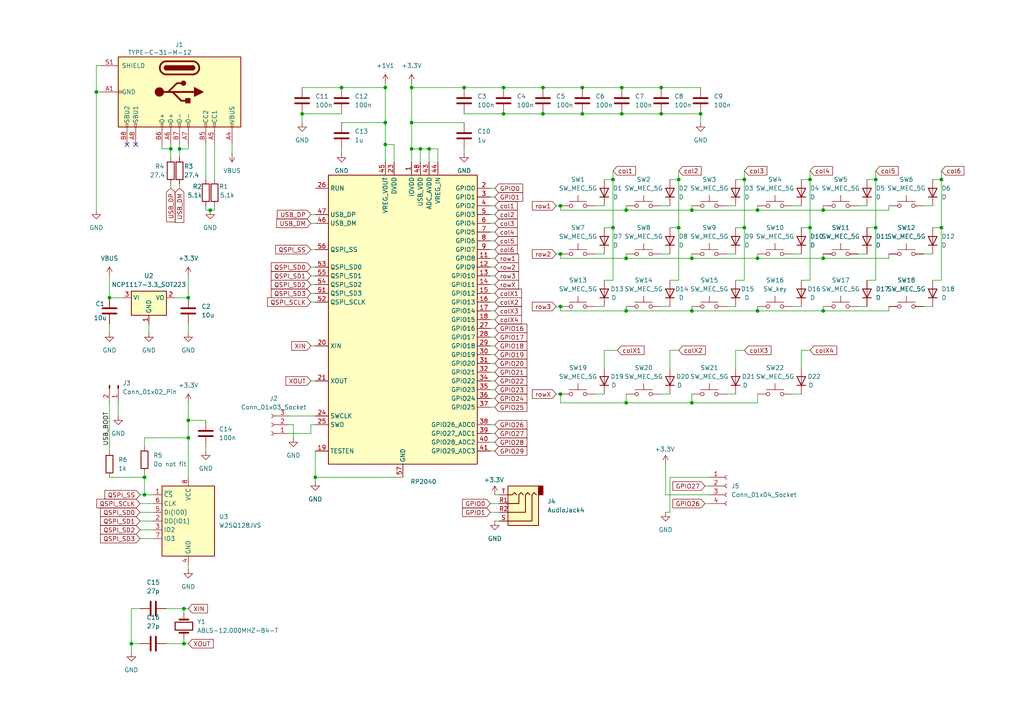
<source format=kicad_sch>
(kicad_sch (version 20250114) (generator "eeschema") (generator_version "9.0")
  (paper "A4")
  (title_block (title "Split Keyboard with RP2040 (Left)") (company "Watson9109") (comment 1 "Make sure R3 and R4 are close to RP2040") (comment 2 "Make sure C13 is close to pin 45 of RP2040") (comment 3 "uses 104048 in Akizuki as a Joystick "))
  (junction (at 181.61 116.84))
  (junction (at 146.05 33.02))
  (junction (at 41.91 138.43))
  (junction (at 215.9 52.07))
  (junction (at 215.9 66.04))
  (junction (at 254 52.07))
  (junction (at 146.05 25.4))
  (junction (at 168.91 25.4))
  (junction (at 177.8 66.04))
  (junction (at 60.96 60.96))
  (junction (at 273.05 52.07))
  (junction (at 119.38 25.4))
  (junction (at 111.76 35.56))
  (junction (at 200.66 74.93))
  (junction (at 38.1 186.69))
  (junction (at 181.61 60.96))
  (junction (at 53.34 176.53))
  (junction (at 162.56 59.69))
  (junction (at 203.2 33.02))
  (junction (at 54.61 121.92))
  (junction (at 53.34 186.69))
  (junction (at 124.46 43.18))
  (junction (at 52.07 43.18))
  (junction (at 31.75 86.36))
  (junction (at 162.56 88.9))
  (junction (at 200.66 60.96))
  (junction (at 91.44 138.43))
  (junction (at 254 66.04))
  (junction (at 54.61 86.36))
  (junction (at 200.66 116.84))
  (junction (at 219.71 90.17))
  (junction (at 119.38 43.18))
  (junction (at 273.05 66.04))
  (junction (at 121.92 43.18))
  (junction (at 87.63 33.02))
  (junction (at 134.62 25.4))
  (junction (at 99.06 25.4))
  (junction (at 238.76 74.93))
  (junction (at 234.95 66.04))
  (junction (at 200.66 90.17))
  (junction (at 219.71 74.93))
  (junction (at 157.48 33.02))
  (junction (at 111.76 41.91))
  (junction (at 41.91 143.51))
  (junction (at 181.61 90.17))
  (junction (at 191.77 33.02))
  (junction (at 219.71 60.96))
  (junction (at 234.95 52.07))
  (junction (at 238.76 90.17))
  (junction (at 49.53 43.18))
  (junction (at 196.85 52.07))
  (junction (at 162.56 73.66))
  (junction (at 177.8 52.07))
  (junction (at 168.91 33.02))
  (junction (at 27.94 26.67))
  (junction (at 180.34 25.4))
  (junction (at 111.76 25.4))
  (junction (at 191.77 25.4))
  (junction (at 162.56 114.3))
  (junction (at 180.34 33.02))
  (junction (at 119.38 35.56))
  (junction (at 54.61 127))
  (junction (at 238.76 60.96))
  (junction (at 196.85 66.04))
  (junction (at 157.48 25.4))
  (junction (at 181.61 74.93))
  (no_connect (at 39.37 41.91))
  (no_connect (at 36.83 41.91))
  (wire (pts (xy 146.05 33.02) (xy 157.48 33.02)))
  (wire (pts (xy 142.24 90.17) (xy 143.51 90.17)))
  (wire (pts (xy 172.72 114.3) (xy 175.26 114.3)))
  (wire (pts (xy 142.24 87.63) (xy 143.51 87.63)))
  (wire (pts (xy 142.24 59.69) (xy 143.51 59.69)))
  (wire (pts (xy 219.71 60.96) (xy 219.71 59.69)))
  (wire (pts (xy 90.17 123.19) (xy 91.44 123.19)))
  (wire (pts (xy 142.24 110.49) (xy 143.51 110.49)))
  (wire (pts (xy 215.9 49.53) (xy 215.9 52.07)))
  (wire (pts (xy 194.31 138.43) (xy 194.31 148.59)))
  (wire (pts (xy 54.61 80.01) (xy 54.61 86.36)))
  (wire (pts (xy 134.62 43.18) (xy 134.62 44.45)))
  (wire (pts (xy 229.87 88.9) (xy 232.41 88.9)))
  (wire (pts (xy 127 43.18) (xy 124.46 43.18)))
  (wire (pts (xy 46.99 41.91) (xy 46.99 43.18)))
  (wire (pts (xy 54.61 127) (xy 54.61 138.43)))
  (wire (pts (xy 127 46.99) (xy 127 43.18)))
  (wire (pts (xy 31.75 93.98) (xy 31.75 96.52)))
  (wire (pts (xy 111.76 25.4) (xy 111.76 35.56)))
  (wire (pts (xy 219.71 73.66) (xy 219.71 74.93)))
  (wire (pts (xy 270.51 81.28) (xy 273.05 81.28)))
  (wire (pts (xy 41.91 127) (xy 54.61 127)))
  (wire (pts (xy 157.48 25.4) (xy 168.91 25.4)))
  (wire (pts (xy 181.61 74.93) (xy 200.66 74.93)))
  (wire (pts (xy 142.24 85.09) (xy 143.51 85.09)))
  (wire (pts (xy 177.8 52.07) (xy 177.8 66.04)))
  (wire (pts (xy 54.61 121.92) (xy 59.69 121.92)))
  (wire (pts (xy 196.85 81.28) (xy 196.85 66.04)))
  (wire (pts (xy 142.24 69.85) (xy 143.51 69.85)))
  (wire (pts (xy 111.76 35.56) (xy 111.76 41.91)))
  (wire (pts (xy 54.61 116.84) (xy 54.61 121.92)))
  (wire (pts (xy 200.66 116.84) (xy 181.61 116.84)))
  (wire (pts (xy 161.29 59.69) (xy 162.56 59.69)))
  (wire (pts (xy 248.92 73.66) (xy 251.46 73.66)))
  (wire (pts (xy 142.24 102.87) (xy 143.51 102.87)))
  (wire (pts (xy 273.05 52.07) (xy 270.51 52.07)))
  (wire (pts (xy 146.05 25.4) (xy 157.48 25.4)))
  (wire (pts (xy 205.74 143.51) (xy 193.04 143.51)))
  (wire (pts (xy 142.24 118.11) (xy 143.51 118.11)))
  (wire (pts (xy 119.38 24.13) (xy 119.38 25.4)))
  (wire (pts (xy 99.06 25.4) (xy 111.76 25.4)))
  (wire (pts (xy 234.95 81.28) (xy 234.95 66.04)))
  (wire (pts (xy 67.31 41.91) (xy 67.31 44.45)))
  (wire (pts (xy 181.61 88.9) (xy 181.61 90.17)))
  (wire (pts (xy 210.82 88.9) (xy 213.36 88.9)))
  (wire (pts (xy 142.24 54.61) (xy 143.51 54.61)))
  (wire (pts (xy 219.71 90.17) (xy 219.71 88.9)))
  (wire (pts (xy 27.94 26.67) (xy 27.94 60.96)))
  (wire (pts (xy 203.2 33.02) (xy 203.2 35.56)))
  (wire (pts (xy 48.26 176.53) (xy 53.34 176.53)))
  (wire (pts (xy 254 52.07) (xy 251.46 52.07)))
  (wire (pts (xy 38.1 176.53) (xy 38.1 186.69)))
  (wire (pts (xy 31.75 86.36) (xy 35.56 86.36)))
  (wire (pts (xy 54.61 43.18) (xy 52.07 43.18)))
  (wire (pts (xy 59.69 130.81) (xy 59.69 129.54)))
  (wire (pts (xy 40.64 146.05) (xy 44.45 146.05)))
  (wire (pts (xy 205.74 138.43) (xy 194.31 138.43)))
  (wire (pts (xy 162.56 60.96) (xy 181.61 60.96)))
  (wire (pts (xy 248.92 59.69) (xy 251.46 59.69)))
  (wire (pts (xy 267.97 73.66) (xy 270.51 73.66)))
  (wire (pts (xy 142.24 100.33) (xy 143.51 100.33)))
  (wire (pts (xy 181.61 116.84) (xy 162.56 116.84)))
  (wire (pts (xy 142.24 92.71) (xy 143.51 92.71)))
  (wire (pts (xy 41.91 143.51) (xy 44.45 143.51)))
  (wire (pts (xy 193.04 143.51) (xy 193.04 134.62)))
  (wire (pts (xy 90.17 80.01) (xy 91.44 80.01)))
  (wire (pts (xy 99.06 35.56) (xy 111.76 35.56)))
  (wire (pts (xy 85.09 127) (xy 85.09 123.19)))
  (wire (pts (xy 142.24 64.77) (xy 143.51 64.77)))
  (wire (pts (xy 238.76 60.96) (xy 238.76 59.69)))
  (wire (pts (xy 99.06 43.18) (xy 99.06 44.45)))
  (wire (pts (xy 119.38 35.56) (xy 119.38 43.18)))
  (wire (pts (xy 191.77 59.69) (xy 194.31 59.69)))
  (wire (pts (xy 43.18 93.98) (xy 43.18 96.52)))
  (wire (pts (xy 142.24 128.27) (xy 143.51 128.27)))
  (wire (pts (xy 90.17 85.09) (xy 91.44 85.09)))
  (wire (pts (xy 31.75 138.43) (xy 41.91 138.43)))
  (wire (pts (xy 181.61 73.66) (xy 181.61 74.93)))
  (wire (pts (xy 134.62 33.02) (xy 146.05 33.02)))
  (wire (pts (xy 40.64 148.59) (xy 44.45 148.59)))
  (wire (pts (xy 181.61 59.69) (xy 181.61 60.96)))
  (wire (pts (xy 142.24 113.03) (xy 143.51 113.03)))
  (wire (pts (xy 90.17 64.77) (xy 91.44 64.77)))
  (wire (pts (xy 142.24 80.01) (xy 143.51 80.01)))
  (wire (pts (xy 219.71 116.84) (xy 200.66 116.84)))
  (wire (pts (xy 40.64 143.51) (xy 41.91 143.51)))
  (wire (pts (xy 251.46 81.28) (xy 254 81.28)))
  (wire (pts (xy 194.31 101.6) (xy 196.85 101.6)))
  (wire (pts (xy 41.91 129.54) (xy 41.91 127)))
  (wire (pts (xy 215.9 81.28) (xy 213.36 81.28)))
  (wire (pts (xy 219.71 60.96) (xy 238.76 60.96)))
  (wire (pts (xy 257.81 88.9) (xy 257.81 90.17)))
  (wire (pts (xy 213.36 106.68) (xy 213.36 101.6)))
  (wire (pts (xy 142.24 57.15) (xy 143.51 57.15)))
  (wire (pts (xy 196.85 52.07) (xy 194.31 52.07)))
  (wire (pts (xy 114.3 41.91) (xy 111.76 41.91)))
  (wire (pts (xy 53.34 176.53) (xy 53.34 177.8)))
  (wire (pts (xy 168.91 25.4) (xy 180.34 25.4)))
  (wire (pts (xy 234.95 52.07) (xy 232.41 52.07)))
  (wire (pts (xy 194.31 66.04) (xy 196.85 66.04)))
  (wire (pts (xy 90.17 87.63) (xy 91.44 87.63)))
  (wire (pts (xy 210.82 73.66) (xy 213.36 73.66)))
  (wire (pts (xy 53.34 176.53) (xy 54.61 176.53)))
  (wire (pts (xy 200.66 88.9) (xy 200.66 90.17)))
  (wire (pts (xy 161.29 114.3) (xy 162.56 114.3)))
  (wire (pts (xy 91.44 130.81) (xy 91.44 138.43)))
  (wire (pts (xy 40.64 176.53) (xy 38.1 176.53)))
  (wire (pts (xy 52.07 53.34) (xy 52.07 54.61)))
  (wire (pts (xy 91.44 138.43) (xy 116.84 138.43)))
  (wire (pts (xy 180.34 25.4) (xy 191.77 25.4)))
  (wire (pts (xy 142.24 74.93) (xy 143.51 74.93)))
  (wire (pts (xy 229.87 73.66) (xy 232.41 73.66)))
  (wire (pts (xy 232.41 106.68) (xy 232.41 101.6)))
  (wire (pts (xy 196.85 49.53) (xy 196.85 52.07)))
  (wire (pts (xy 191.77 88.9) (xy 194.31 88.9)))
  (wire (pts (xy 49.53 53.34) (xy 49.53 54.61)))
  (wire (pts (xy 162.56 116.84) (xy 162.56 114.3)))
  (wire (pts (xy 40.64 153.67) (xy 44.45 153.67)))
  (wire (pts (xy 142.24 148.59) (xy 144.78 148.59)))
  (wire (pts (xy 91.44 138.43) (xy 91.44 139.7)))
  (wire (pts (xy 142.24 95.25) (xy 143.51 95.25)))
  (wire (pts (xy 62.23 59.69) (xy 62.23 60.96)))
  (wire (pts (xy 142.24 77.47) (xy 143.51 77.47)))
  (wire (pts (xy 111.76 24.13) (xy 111.76 25.4)))
  (wire (pts (xy 53.34 186.69) (xy 53.34 185.42)))
  (wire (pts (xy 175.26 52.07) (xy 177.8 52.07)))
  (wire (pts (xy 114.3 46.99) (xy 114.3 41.91)))
  (wire (pts (xy 200.66 59.69) (xy 200.66 60.96)))
  (wire (pts (xy 219.71 114.3) (xy 219.71 116.84)))
  (wire (pts (xy 142.24 130.81) (xy 143.51 130.81)))
  (wire (pts (xy 179.07 101.6) (xy 175.26 101.6)))
  (wire (pts (xy 90.17 62.23) (xy 91.44 62.23)))
  (wire (pts (xy 175.26 66.04) (xy 177.8 66.04)))
  (wire (pts (xy 204.47 140.97) (xy 205.74 140.97)))
  (wire (pts (xy 50.8 86.36) (xy 54.61 86.36)))
  (wire (pts (xy 62.23 41.91) (xy 62.23 52.07)))
  (wire (pts (xy 49.53 43.18) (xy 46.99 43.18)))
  (wire (pts (xy 54.61 93.98) (xy 54.61 96.52)))
  (wire (pts (xy 175.26 101.6) (xy 175.26 106.68)))
  (wire (pts (xy 181.61 114.3) (xy 181.61 116.84)))
  (wire (pts (xy 142.24 146.05) (xy 144.78 146.05)))
  (wire (pts (xy 90.17 72.39) (xy 91.44 72.39)))
  (wire (pts (xy 142.24 82.55) (xy 143.51 82.55)))
  (wire (pts (xy 161.29 73.66) (xy 162.56 73.66)))
  (wire (pts (xy 194.31 148.59) (xy 193.04 148.59)))
  (wire (pts (xy 27.94 19.05) (xy 29.21 19.05)))
  (wire (pts (xy 232.41 101.6) (xy 234.95 101.6)))
  (wire (pts (xy 52.07 43.18) (xy 52.07 45.72)))
  (wire (pts (xy 257.81 74.93) (xy 238.76 74.93)))
  (wire (pts (xy 273.05 66.04) (xy 273.05 52.07)))
  (wire (pts (xy 204.47 146.05) (xy 205.74 146.05)))
  (wire (pts (xy 200.66 73.66) (xy 200.66 74.93)))
  (wire (pts (xy 162.56 90.17) (xy 181.61 90.17)))
  (wire (pts (xy 273.05 49.53) (xy 273.05 52.07)))
  (wire (pts (xy 27.94 26.67) (xy 29.21 26.67)))
  (wire (pts (xy 90.17 100.33) (xy 91.44 100.33)))
  (wire (pts (xy 59.69 41.91) (xy 59.69 52.07)))
  (wire (pts (xy 87.63 33.02) (xy 99.06 33.02)))
  (wire (pts (xy 90.17 82.55) (xy 91.44 82.55)))
  (wire (pts (xy 229.87 59.69) (xy 232.41 59.69)))
  (wire (pts (xy 215.9 52.07) (xy 215.9 66.04)))
  (wire (pts (xy 257.81 90.17) (xy 238.76 90.17)))
  (wire (pts (xy 168.91 33.02) (xy 180.34 33.02)))
  (wire (pts (xy 49.53 41.91) (xy 49.53 43.18)))
  (wire (pts (xy 31.75 116.84) (xy 31.75 130.81)))
  (wire (pts (xy 238.76 60.96) (xy 257.81 60.96)))
  (wire (pts (xy 54.61 86.36) (xy 54.61 87.63)))
  (wire (pts (xy 234.95 49.53) (xy 234.95 52.07)))
  (wire (pts (xy 48.26 186.69) (xy 53.34 186.69)))
  (wire (pts (xy 142.24 107.95) (xy 143.51 107.95)))
  (wire (pts (xy 124.46 43.18) (xy 121.92 43.18)))
  (wire (pts (xy 142.24 67.31) (xy 143.51 67.31)))
  (wire (pts (xy 124.46 43.18) (xy 124.46 46.99)))
  (wire (pts (xy 172.72 88.9) (xy 175.26 88.9)))
  (wire (pts (xy 238.76 73.66) (xy 238.76 74.93)))
  (wire (pts (xy 90.17 110.49) (xy 91.44 110.49)))
  (wire (pts (xy 162.56 74.93) (xy 162.56 73.66)))
  (wire (pts (xy 27.94 19.05) (xy 27.94 26.67)))
  (wire (pts (xy 59.69 60.96) (xy 60.96 60.96)))
  (wire (pts (xy 219.71 74.93) (xy 238.76 74.93)))
  (wire (pts (xy 232.41 66.04) (xy 234.95 66.04)))
  (wire (pts (xy 191.77 73.66) (xy 194.31 73.66)))
  (wire (pts (xy 248.92 88.9) (xy 251.46 88.9)))
  (wire (pts (xy 191.77 33.02) (xy 203.2 33.02)))
  (wire (pts (xy 194.31 81.28) (xy 196.85 81.28)))
  (wire (pts (xy 172.72 73.66) (xy 175.26 73.66)))
  (wire (pts (xy 215.9 66.04) (xy 215.9 81.28)))
  (wire (pts (xy 161.29 88.9) (xy 162.56 88.9)))
  (wire (pts (xy 273.05 81.28) (xy 273.05 66.04)))
  (wire (pts (xy 162.56 59.69) (xy 162.56 60.96)))
  (wire (pts (xy 232.41 81.28) (xy 234.95 81.28)))
  (wire (pts (xy 254 66.04) (xy 254 52.07)))
  (wire (pts (xy 238.76 90.17) (xy 238.76 88.9)))
  (wire (pts (xy 38.1 186.69) (xy 40.64 186.69)))
  (wire (pts (xy 213.36 66.04) (xy 215.9 66.04)))
  (wire (pts (xy 191.77 114.3) (xy 194.31 114.3)))
  (wire (pts (xy 41.91 138.43) (xy 41.91 143.51)))
  (wire (pts (xy 119.38 25.4) (xy 134.62 25.4)))
  (wire (pts (xy 210.82 114.3) (xy 213.36 114.3)))
  (wire (pts (xy 200.66 74.93) (xy 219.71 74.93)))
  (wire (pts (xy 134.62 35.56) (xy 119.38 35.56)))
  (wire (pts (xy 90.17 77.47) (xy 91.44 77.47)))
  (wire (pts (xy 142.24 62.23) (xy 143.51 62.23)))
  (wire (pts (xy 210.82 59.69) (xy 213.36 59.69)))
  (wire (pts (xy 257.81 73.66) (xy 257.81 74.93)))
  (wire (pts (xy 254 81.28) (xy 254 66.04)))
  (wire (pts (xy 181.61 60.96) (xy 200.66 60.96)))
  (wire (pts (xy 54.61 163.83) (xy 54.61 165.1)))
  (wire (pts (xy 143.51 151.13) (xy 144.78 151.13)))
  (wire (pts (xy 53.34 186.69) (xy 54.61 186.69)))
  (wire (pts (xy 142.24 72.39) (xy 143.51 72.39)))
  (wire (pts (xy 83.82 123.19) (xy 85.09 123.19)))
  (wire (pts (xy 194.31 106.68) (xy 194.31 101.6)))
  (wire (pts (xy 49.53 43.18) (xy 49.53 45.72)))
  (wire (pts (xy 40.64 151.13) (xy 44.45 151.13)))
  (wire (pts (xy 87.63 25.4) (xy 99.06 25.4)))
  (wire (pts (xy 121.92 43.18) (xy 119.38 43.18)))
  (wire (pts (xy 34.29 116.84) (xy 34.29 120.65)))
  (wire (pts (xy 200.66 90.17) (xy 219.71 90.17)))
  (wire (pts (xy 257.81 59.69) (xy 257.81 60.96)))
  (wire (pts (xy 142.24 105.41) (xy 143.51 105.41)))
  (wire (pts (xy 181.61 74.93) (xy 162.56 74.93)))
  (wire (pts (xy 54.61 121.92) (xy 54.61 127)))
  (wire (pts (xy 213.36 52.07) (xy 215.9 52.07)))
  (wire (pts (xy 251.46 66.04) (xy 254 66.04)))
  (wire (pts (xy 177.8 81.28) (xy 177.8 66.04)))
  (wire (pts (xy 267.97 88.9) (xy 270.51 88.9)))
  (wire (pts (xy 229.87 114.3) (xy 232.41 114.3)))
  (wire (pts (xy 180.34 33.02) (xy 191.77 33.02)))
  (wire (pts (xy 111.76 41.91) (xy 111.76 46.99)))
  (wire (pts (xy 54.61 41.91) (xy 54.61 43.18)))
  (wire (pts (xy 177.8 49.53) (xy 177.8 52.07)))
  (wire (pts (xy 219.71 90.17) (xy 238.76 90.17)))
  (wire (pts (xy 157.48 33.02) (xy 168.91 33.02)))
  (wire (pts (xy 90.17 125.73) (xy 83.82 125.73)))
  (wire (pts (xy 200.66 60.96) (xy 219.71 60.96)))
  (wire (pts (xy 121.92 43.18) (xy 121.92 46.99)))
  (wire (pts (xy 83.82 120.65) (xy 91.44 120.65)))
  (wire (pts (xy 142.24 97.79) (xy 143.51 97.79)))
  (wire (pts (xy 31.75 80.01) (xy 31.75 86.36)))
  (wire (pts (xy 181.61 90.17) (xy 200.66 90.17)))
  (wire (pts (xy 200.66 114.3) (xy 200.66 116.84)))
  (wire (pts (xy 87.63 33.02) (xy 87.63 35.56)))
  (wire (pts (xy 41.91 137.16) (xy 41.91 138.43)))
  (wire (pts (xy 162.56 88.9) (xy 162.56 90.17)))
  (wire (pts (xy 119.38 43.18) (xy 119.38 46.99)))
  (wire (pts (xy 270.51 66.04) (xy 273.05 66.04)))
  (wire (pts (xy 175.26 81.28) (xy 177.8 81.28)))
  (wire (pts (xy 52.07 43.18) (xy 52.07 41.91)))
  (wire (pts (xy 142.24 125.73) (xy 143.51 125.73)))
  (wire (pts (xy 213.36 101.6) (xy 215.9 101.6)))
  (wire (pts (xy 267.97 59.69) (xy 270.51 59.69)))
  (wire (pts (xy 119.38 35.56) (xy 119.38 25.4)))
  (wire (pts (xy 38.1 186.69) (xy 38.1 189.23)))
  (wire (pts (xy 90.17 123.19) (xy 90.17 125.73)))
  (wire (pts (xy 196.85 66.04) (xy 196.85 52.07)))
  (wire (pts (xy 142.24 123.19) (xy 143.51 123.19)))
  (wire (pts (xy 134.62 25.4) (xy 146.05 25.4)))
  (wire (pts (xy 59.69 59.69) (xy 59.69 60.96)))
  (wire (pts (xy 172.72 59.69) (xy 175.26 59.69)))
  (wire (pts (xy 234.95 66.04) (xy 234.95 52.07)))
  (wire (pts (xy 62.23 60.96) (xy 60.96 60.96)))
  (wire (pts (xy 191.77 25.4) (xy 203.2 25.4)))
  (wire (pts (xy 40.64 156.21) (xy 44.45 156.21)))
  (wire (pts (xy 143.51 143.51) (xy 144.78 143.51)))
  (wire (pts (xy 142.24 115.57) (xy 143.51 115.57)))
  (wire (pts (xy 254 49.53) (xy 254 52.07)))
  (label "USB_BOOT" (at 31.75 119.38 270))
  (global_label "GPIO18" (shape input) (at 143.51 100.33 0) (property "Intersheetrefs" "${INTERSHEET_REFS}" (effects (hide yes))))
  (global_label "GPIO21" (shape input) (at 143.51 107.95 0) (property "Intersheetrefs" "${INTERSHEET_REFS}" (effects (hide yes))))
  (global_label "colX1" (shape input) (at 143.51 85.09 0) (property "Intersheetrefs" "${INTERSHEET_REFS}" (effects (hide yes))))
  (global_label "GPIO27" (shape input) (at 143.51 125.73 0) (property "Intersheetrefs" "${INTERSHEET_REFS}" (effects (hide yes))))
  (global_label "col1" (shape input) (at 143.51 59.69 0) (property "Intersheetrefs" "${INTERSHEET_REFS}" (effects (hide yes))))
  (global_label "QSPI_SD0" (shape input) (at 90.17 77.47 180) (property "Intersheetrefs" "${INTERSHEET_REFS}" (effects (hide yes))))
  (global_label "GPIO0" (shape input) (at 143.51 54.61 0) (property "Intersheetrefs" "${INTERSHEET_REFS}" (effects (hide yes))))
  (global_label "QSPI_SD1" (shape input) (at 90.17 80.01 180) (property "Intersheetrefs" "${INTERSHEET_REFS}" (effects (hide yes))))
  (global_label "QSPI_SD3" (shape input) (at 40.64 156.21 180) (property "Intersheetrefs" "${INTERSHEET_REFS}" (effects (hide yes))))
  (global_label "GPIO17" (shape input) (at 143.51 97.79 0) (property "Intersheetrefs" "${INTERSHEET_REFS}" (effects (hide yes))))
  (global_label "QSPI_SS" (shape input) (at 90.17 72.39 180) (property "Intersheetrefs" "${INTERSHEET_REFS}" (effects (hide yes))))
  (global_label "row2" (shape input) (at 143.51 77.47 0) (property "Intersheetrefs" "${INTERSHEET_REFS}" (effects (hide yes))))
  (global_label "GPIO24" (shape input) (at 143.51 115.57 0) (property "Intersheetrefs" "${INTERSHEET_REFS}" (effects (hide yes))))
  (global_label "row1" (shape input) (at 161.29 59.69 180) (property "Intersheetrefs" "${INTERSHEET_REFS}" (effects (hide yes))))
  (global_label "colX3" (shape input) (at 215.9 101.6 0) (property "Intersheetrefs" "${INTERSHEET_REFS}" (effects (hide yes))))
  (global_label "GPIO29" (shape input) (at 143.51 130.81 0) (property "Intersheetrefs" "${INTERSHEET_REFS}" (effects (hide yes))))
  (global_label "USB_DM" (shape input) (at 52.07 54.61 270) (property "Intersheetrefs" "${INTERSHEET_REFS}" (effects (hide yes))))
  (global_label "col1" (shape input) (at 177.8 49.53 0) (property "Intersheetrefs" "${INTERSHEET_REFS}" (effects (hide yes))))
  (global_label "XIN" (shape input) (at 90.17 100.33 180) (property "Intersheetrefs" "${INTERSHEET_REFS}" (effects (hide yes))))
  (global_label "GPIO26" (shape input) (at 204.47 146.05 180) (property "Intersheetrefs" "${INTERSHEET_REFS}" (effects (hide yes))))
  (global_label "USB_DP" (shape input) (at 49.53 54.61 270) (property "Intersheetrefs" "${INTERSHEET_REFS}" (effects (hide yes))))
  (global_label "row3" (shape input) (at 143.51 80.01 0) (property "Intersheetrefs" "${INTERSHEET_REFS}" (effects (hide yes))))
  (global_label "colX1" (shape input) (at 179.07 101.6 0) (property "Intersheetrefs" "${INTERSHEET_REFS}" (effects (hide yes))))
  (global_label "colX4" (shape input) (at 143.51 92.71 0) (property "Intersheetrefs" "${INTERSHEET_REFS}" (effects (hide yes))))
  (global_label "QSPI_SD1" (shape input) (at 40.64 151.13 180) (property "Intersheetrefs" "${INTERSHEET_REFS}" (effects (hide yes))))
  (global_label "col2" (shape input) (at 196.85 49.53 0) (property "Intersheetrefs" "${INTERSHEET_REFS}" (effects (hide yes))))
  (global_label "XIN" (shape input) (at 54.61 176.53 0) (property "Intersheetrefs" "${INTERSHEET_REFS}" (effects (hide yes))))
  (global_label "QSPI_SCLK" (shape input) (at 40.64 146.05 180) (property "Intersheetrefs" "${INTERSHEET_REFS}" (effects (hide yes))))
  (global_label "col6" (shape input) (at 143.51 72.39 0) (property "Intersheetrefs" "${INTERSHEET_REFS}" (effects (hide yes))))
  (global_label "GPIO22" (shape input) (at 143.51 110.49 0) (property "Intersheetrefs" "${INTERSHEET_REFS}" (effects (hide yes))))
  (global_label "QSPI_SD0" (shape input) (at 40.64 148.59 180) (property "Intersheetrefs" "${INTERSHEET_REFS}" (effects (hide yes))))
  (global_label "col5" (shape input) (at 254 49.53 0) (property "Intersheetrefs" "${INTERSHEET_REFS}" (effects (hide yes))))
  (global_label "QSPI_SD2" (shape input) (at 40.64 153.67 180) (property "Intersheetrefs" "${INTERSHEET_REFS}" (effects (hide yes))))
  (global_label "GPIO0" (shape input) (at 142.24 146.05 180) (property "Intersheetrefs" "${INTERSHEET_REFS}" (effects (hide yes))))
  (global_label "QSPI_SD2" (shape input) (at 90.17 82.55 180) (property "Intersheetrefs" "${INTERSHEET_REFS}" (effects (hide yes))))
  (global_label "rowX" (shape input) (at 161.29 114.3 180) (property "Intersheetrefs" "${INTERSHEET_REFS}" (effects (hide yes))))
  (global_label "USB_DP" (shape input) (at 90.17 62.23 180) (property "Intersheetrefs" "${INTERSHEET_REFS}" (effects (hide yes))))
  (global_label "col4" (shape input) (at 143.51 67.31 0) (property "Intersheetrefs" "${INTERSHEET_REFS}" (effects (hide yes))))
  (global_label "row2" (shape input) (at 161.29 73.66 180) (property "Intersheetrefs" "${INTERSHEET_REFS}" (effects (hide yes))))
  (global_label "USB_DM" (shape input) (at 90.17 64.77 180) (property "Intersheetrefs" "${INTERSHEET_REFS}" (effects (hide yes))))
  (global_label "col6" (shape input) (at 273.05 49.53 0) (property "Intersheetrefs" "${INTERSHEET_REFS}" (effects (hide yes))))
  (global_label "GPIO26" (shape input) (at 143.51 123.19 0) (property "Intersheetrefs" "${INTERSHEET_REFS}" (effects (hide yes))))
  (global_label "colX2" (shape input) (at 143.51 87.63 0) (property "Intersheetrefs" "${INTERSHEET_REFS}" (effects (hide yes))))
  (global_label "col5" (shape input) (at 143.51 69.85 0) (property "Intersheetrefs" "${INTERSHEET_REFS}" (effects (hide yes))))
  (global_label "GPIO25" (shape input) (at 143.51 118.11 0) (property "Intersheetrefs" "${INTERSHEET_REFS}" (effects (hide yes))))
  (global_label "XOUT" (shape input) (at 90.17 110.49 180) (property "Intersheetrefs" "${INTERSHEET_REFS}" (effects (hide yes))))
  (global_label "QSPI_SS" (shape input) (at 40.64 143.51 180) (property "Intersheetrefs" "${INTERSHEET_REFS}" (effects (hide yes))))
  (global_label "col4" (shape input) (at 234.95 49.53 0) (property "Intersheetrefs" "${INTERSHEET_REFS}" (effects (hide yes))))
  (global_label "colX2" (shape input) (at 196.85 101.6 0) (property "Intersheetrefs" "${INTERSHEET_REFS}" (effects (hide yes))))
  (global_label "col3" (shape input) (at 215.9 49.53 0) (property "Intersheetrefs" "${INTERSHEET_REFS}" (effects (hide yes))))
  (global_label "colX4" (shape input) (at 234.95 101.6 0) (property "Intersheetrefs" "${INTERSHEET_REFS}" (effects (hide yes))))
  (global_label "QSPI_SCLK" (shape input) (at 90.17 87.63 180) (property "Intersheetrefs" "${INTERSHEET_REFS}" (effects (hide yes))))
  (global_label "row3" (shape input) (at 161.29 88.9 180) (property "Intersheetrefs" "${INTERSHEET_REFS}" (effects (hide yes))))
  (global_label "QSPI_SD3" (shape input) (at 90.17 85.09 180) (property "Intersheetrefs" "${INTERSHEET_REFS}" (effects (hide yes))))
  (global_label "GPIO23" (shape input) (at 143.51 113.03 0) (property "Intersheetrefs" "${INTERSHEET_REFS}" (effects (hide yes))))
  (global_label "GPIO19" (shape input) (at 143.51 102.87 0) (property "Intersheetrefs" "${INTERSHEET_REFS}" (effects (hide yes))))
  (global_label "GPIO28" (shape input) (at 143.51 128.27 0) (property "Intersheetrefs" "${INTERSHEET_REFS}" (effects (hide yes))))
  (global_label "GPIO27" (shape input) (at 204.47 140.97 180) (property "Intersheetrefs" "${INTERSHEET_REFS}" (effects (hide yes))))
  (global_label "col2" (shape input) (at 143.51 62.23 0) (property "Intersheetrefs" "${INTERSHEET_REFS}" (effects (hide yes))))
  (global_label "GPIO1" (shape input) (at 143.51 57.15 0) (property "Intersheetrefs" "${INTERSHEET_REFS}" (effects (hide yes))))
  (global_label "row1" (shape input) (at 143.51 74.93 0) (property "Intersheetrefs" "${INTERSHEET_REFS}" (effects (hide yes))))
  (global_label "XOUT" (shape input) (at 54.61 186.69 0) (property "Intersheetrefs" "${INTERSHEET_REFS}" (effects (hide yes))))
  (global_label "colX3" (shape input) (at 143.51 90.17 0) (property "Intersheetrefs" "${INTERSHEET_REFS}" (effects (hide yes))))
  (global_label "col3" (shape input) (at 143.51 64.77 0) (property "Intersheetrefs" "${INTERSHEET_REFS}" (effects (hide yes))))
  (global_label "GPIO1" (shape input) (at 142.24 148.59 180) (property "Intersheetrefs" "${INTERSHEET_REFS}" (effects (hide yes))))
  (global_label "GPIO20" (shape input) (at 143.51 105.41 0) (property "Intersheetrefs" "${INTERSHEET_REFS}" (effects (hide yes))))
  (global_label "rowX" (shape input) (at 143.51 82.55 0) (property "Intersheetrefs" "${INTERSHEET_REFS}" (effects (hide yes))))
  (global_label "GPIO16" (shape input) (at 143.51 95.25 0) (property "Intersheetrefs" "${INTERSHEET_REFS}" (effects (hide yes))))
  (symbol (lib_id "Device:D") (at 232.41 69.85 90) (unit 1)
    (property "Reference" "D10" (at 234.95 68.5799 90) (effects (justify right)))
    (property "Value" "D" (at 234.95 71.1199 90) (effects (justify right)))
    (property "Footprint" "Diode_SMD:D_SOD-123" (effects (hide yes)))
    (property "Description" "Diode" (effects (hide yes)))
    (property "Sim.Device" "D" (effects (hide yes)))
    (property "Sim.Pins" "1=K 2=A" (effects (hide yes)))
  )
  (symbol (lib_id "Connector_Audio:AudioJack4") (at 149.86 148.59 180) (unit 1)
    (property "Reference" "J4" (at 158.75 145.4149 0) (effects (justify right)))
    (property "Value" "AudioJack4" (at 158.75 147.9549 0) (effects (justify right)))
    (property "Footprint" "Connector_Audio:Jack_3.5mm_KoreanHropartsElec_PJ-320D-4A_Horizontal" (effects (hide yes)))
    (property "Description" "Audio Jack, 4 Poles (TRRS)" (effects (hide yes)))
  )
  (symbol (lib_id "Device:D") (at 232.41 110.49 90) (unit 1)
    (property "Reference" "D22" (at 234.188 109.22 90) (effects (justify right)))
    (property "Value" "D" (at 234.442 111.76 90) (effects (justify right)))
    (property "Footprint" "Diode_SMD:D_SOD-123" (effects (hide yes)))
    (property "Description" "Diode" (effects (hide yes)))
    (property "Sim.Device" "D" (effects (hide yes)))
    (property "Sim.Pins" "1=K 2=A" (effects (hide yes)))
  )
  (symbol (lib_id "Device:R") (at 41.91 133.35 180) (unit 1)
    (property "Reference" "R5" (at 44.45 132.0799 0) (effects (justify right)))
    (property "Value" "Do not fit" (at 44.45 134.6199 0) (effects (justify right)))
    (property "Footprint" "Resistor_SMD:R_1206_3216Metric" (effects (hide yes)))
    (property "Description" "Resistor" (effects (hide yes)))
  )
  (symbol (lib_id "Device:C") (at 146.05 29.21 0) (unit 1)
    (property "Reference" "C4" (at 149.86 27.9399 0) (effects (justify left)))
    (property "Value" "100n" (at 149.86 30.4799 0) (effects (justify left)))
    (property "Footprint" "Capacitor_SMD:C_0402_1005Metric" (effects (hide yes)))
    (property "Description" "Unpolarized capacitor" (effects (hide yes)))
  )
  (symbol (lib_id "Memory_Flash:W25Q128JVS") (at 54.61 151.13 0) (unit 1)
    (property "Reference" "U3" (at 63.5 149.8599 0) (effects (justify left)))
    (property "Value" "W25Q128JVS" (at 63.5 152.3999 0) (effects (justify left)))
    (property "Footprint" "footprint:SOIC_128JVSIM_WIN" (effects (hide yes)))
    (property "Datasheet" "https://www.winbond.com/resource-files/w25q128jv_dtr%20revc%2003272018%20plus.pdf" (effects (hide yes)))
    (property "Description" "128Mb Serial Flash Memory, Standard/Dual/Quad SPI, SOIC-8" (effects (hide yes)))
  )
  (symbol (lib_id "Device:C") (at 87.63 29.21 0) (unit 1)
    (property "Reference" "C11" (at 91.44 27.9399 0) (effects (justify left)))
    (property "Value" "100n" (at 91.44 30.4799 0) (effects (justify left)))
    (property "Footprint" "Capacitor_SMD:C_0402_1005Metric" (effects (hide yes)))
    (property "Description" "Unpolarized capacitor" (effects (hide yes)))
  )
  (symbol (lib_id "Device:R") (at 62.23 55.88 180) (unit 1)
    (property "Reference" "R1" (at 63.5 54.102 0) (effects (justify right)))
    (property "Value" "5.1k" (at 63.754 56.642 0) (effects (justify right)))
    (property "Footprint" "Resistor_SMD:R_1206_3216Metric" (effects (hide yes)))
    (property "Description" "Resistor" (effects (hide yes)))
  )
  (symbol (lib_id "power:GND") (at 193.04 148.59 0) (unit 1)
    (property "Reference" "#PWR025" (effects (hide yes)))
    (property "Value" "GND" (at 193.04 153.67 0))
    (property "Description" "Power symbol creates a global label with name \"GND\" , ground" (effects (hide yes)))
  )
  (symbol (lib_id "power:GND") (at 91.44 139.7 0) (unit 1)
    (property "Reference" "#PWR07" (effects (hide yes)))
    (property "Value" "GND" (at 91.44 144.78 0))
    (property "Description" "Power symbol creates a global label with name \"GND\" , ground" (effects (hide yes)))
  )
  (symbol (lib_id "Device:D") (at 251.46 85.09 90) (unit 1)
    (property "Reference" "D17" (at 254 83.8199 90) (effects (justify right)))
    (property "Value" "D" (at 254 86.3599 90) (effects (justify right)))
    (property "Footprint" "Diode_SMD:D_SOD-123" (effects (hide yes)))
    (property "Description" "Diode" (effects (hide yes)))
    (property "Sim.Device" "D" (effects (hide yes)))
    (property "Sim.Pins" "1=K 2=A" (effects (hide yes)))
  )
  (symbol (lib_id "sw_key:SW_MEC_5G_1") (at 262.89 73.66 0) (unit 1)
    (property "Reference" "SW12" (at 262.89 66.04 0))
    (property "Value" "SW_MEC_5G" (at 262.89 68.58 0))
    (property "Footprint" "Button_Switch_Keyboard:SW_Cherry_MX_1.00u_PCB" (effects (hide yes)))
    (property "Datasheet" "http://www.apem.com/int/index.php?controller=attachment&id_attachment=488" (effects (hide yes)))
    (property "Description" "MEC 5G single pole normally-open tactile switch" (effects (hide yes)))
  )
  (symbol (lib_id "Device:C") (at 191.77 29.21 0) (unit 1)
    (property "Reference" "C8" (at 195.58 27.9399 0) (effects (justify left)))
    (property "Value" "100n" (at 195.58 30.4799 0) (effects (justify left)))
    (property "Footprint" "Capacitor_SMD:C_0402_1005Metric" (effects (hide yes)))
    (property "Description" "Unpolarized capacitor" (effects (hide yes)))
  )
  (symbol (lib_id "power:GND") (at 27.94 60.96 0) (unit 1)
    (property "Reference" "#PWR01" (effects (hide yes)))
    (property "Value" "GND" (at 27.94 66.04 0))
    (property "Description" "Power symbol creates a global label with name \"GND\" , ground" (effects (hide yes)))
  )
  (symbol (lib_id "power:GND") (at 43.18 96.52 0) (unit 1)
    (property "Reference" "#PWR03" (effects (hide yes)))
    (property "Value" "GND" (at 43.18 101.6 0))
    (property "Description" "Power symbol creates a global label with name \"GND\" , ground" (effects (hide yes)))
  )
  (symbol (lib_id "Connector:Conn_01x03_Socket") (at 78.74 123.19 180) (unit 1)
    (property "Reference" "J2" (at 79.375 115.57 0))
    (property "Value" "Conn_01x03_Socket" (at 79.375 118.11 0))
    (property "Footprint" "Connector_PinSocket_2.54mm:PinSocket_1x03_P2.54mm_Horizontal" (effects (hide yes)))
    (property "Description" "Generic connector, single row, 01x03, script generated" (effects (hide yes)))
  )
  (symbol (lib_id "sw_key:SW_MEC_5G_1") (at 167.64 114.3 0) (unit 1)
    (property "Reference" "SW19" (at 167.64 106.68 0))
    (property "Value" "SW_MEC_5G" (at 167.64 109.22 0))
    (property "Footprint" "Button_Switch_Keyboard:SW_Cherry_MX_1.00u_PCB" (effects (hide yes)))
    (property "Datasheet" "http://www.apem.com/int/index.php?controller=attachment&id_attachment=488" (effects (hide yes)))
    (property "Description" "MEC 5G single pole normally-open tactile switch" (effects (hide yes)))
  )
  (symbol (lib_id "sw_key:SW_MEC_5G_1") (at 224.79 73.66 0) (unit 1)
    (property "Reference" "SW10" (at 224.79 66.04 0))
    (property "Value" "SW_MEC_5G" (at 224.79 68.58 0))
    (property "Footprint" "Button_Switch_Keyboard:SW_Cherry_MX_1.00u_PCB" (effects (hide yes)))
    (property "Datasheet" "http://www.apem.com/int/index.php?controller=attachment&id_attachment=488" (effects (hide yes)))
    (property "Description" "MEC 5G single pole normally-open tactile switch" (effects (hide yes)))
  )
  (symbol (lib_id "power:GND") (at 38.1 189.23 0) (unit 1)
    (property "Reference" "#PWR017" (effects (hide yes)))
    (property "Value" "GND" (at 38.1 194.31 0))
    (property "Description" "Power symbol creates a global label with name \"GND\" , ground" (effects (hide yes)))
  )
  (symbol (lib_id "power:+3.3V") (at 119.38 24.13 0) (unit 1)
    (property "Reference" "#PWR08" (effects (hide yes)))
    (property "Value" "+3.3V" (at 119.38 19.05 0))
    (property "Description" "Power symbol creates a global label with name \"+3.3V\"" (effects (hide yes)))
  )
  (symbol (lib_id "Device:D") (at 194.31 85.09 90) (unit 1)
    (property "Reference" "D14" (at 195.834 83.82 90) (effects (justify right)))
    (property "Value" "D" (at 196.85 86.3599 90) (effects (justify right)))
    (property "Footprint" "Diode_SMD:D_SOD-123" (effects (hide yes)))
    (property "Description" "Diode" (effects (hide yes)))
    (property "Sim.Device" "D" (effects (hide yes)))
    (property "Sim.Pins" "1=K 2=A" (effects (hide yes)))
  )
  (symbol (lib_id "Device:C") (at 134.62 39.37 0) (unit 1)
    (property "Reference" "C10" (at 138.43 38.0999 0) (effects (justify left)))
    (property "Value" "1u" (at 138.43 40.6399 0) (effects (justify left)))
    (property "Footprint" "Capacitor_SMD:C_0603_1608Metric" (effects (hide yes)))
    (property "Description" "Unpolarized capacitor" (effects (hide yes)))
  )
  (symbol (lib_id "Connector:USB_C_Receptacle_USB2.0_16P") (at 52.07 26.67 270) (unit 1)
    (property "Reference" "J1" (at 50.8 12.954 90) (effects (justify left)))
    (property "Value" "TYPE-C-31-M-12" (at 37.084 15.24 90) (effects (justify left)))
    (property "Footprint" "Connector_USB:USB_C_Receptacle_G-Switch_GT-USB-7025" (effects (hide yes)))
    (property "Datasheet" "https://www.usb.org/sites/default/files/documents/usb_type-c.zip" (effects (hide yes)))
    (property "Description" "USB 2.0-only 16P Type-C Receptacle connector" (effects (hide yes)))
  )
  (symbol (lib_id "Device:D") (at 251.46 55.88 90) (unit 1)
    (property "Reference" "D5" (at 254 54.6099 90) (effects (justify right)))
    (property "Value" "D" (at 254 57.1499 90) (effects (justify right)))
    (property "Footprint" "Diode_SMD:D_SOD-123" (effects (hide yes)))
    (property "Description" "Diode" (effects (hide yes)))
    (property "Sim.Device" "D" (effects (hide yes)))
    (property "Sim.Pins" "1=K 2=A" (effects (hide yes)))
  )
  (symbol (lib_id "Device:C") (at 44.45 176.53 90) (unit 1)
    (property "Reference" "C15" (at 44.45 168.91 90))
    (property "Value" "27p" (at 44.45 171.45 90))
    (property "Footprint" "Capacitor_SMD:C_0402_1005Metric" (effects (hide yes)))
    (property "Description" "Unpolarized capacitor" (effects (hide yes)))
  )
  (symbol (lib_id "Device:C") (at 44.45 186.69 90) (unit 1)
    (property "Reference" "C16" (at 44.45 179.07 90))
    (property "Value" "27p" (at 44.45 181.61 90))
    (property "Footprint" "Capacitor_SMD:C_0402_1005Metric" (effects (hide yes)))
    (property "Description" "Unpolarized capacitor" (effects (hide yes)))
  )
  (symbol (lib_id "sw_key:SW_MEC_5G_1") (at 205.74 59.69 0) (unit 1)
    (property "Reference" "SW3" (at 205.74 52.07 0))
    (property "Value" "SW_MEC_5G" (at 205.74 54.61 0))
    (property "Footprint" "Button_Switch_Keyboard:SW_Cherry_MX_1.00u_PCB" (effects (hide yes)))
    (property "Datasheet" "http://www.apem.com/int/index.php?controller=attachment&id_attachment=488" (effects (hide yes)))
    (property "Description" "MEC 5G single pole normally-open tactile switch" (effects (hide yes)))
  )
  (symbol (lib_id "power:GND") (at 59.69 130.81 0) (unit 1)
    (property "Reference" "#PWR015" (effects (hide yes)))
    (property "Value" "GND" (at 59.69 135.89 0))
    (property "Description" "Power symbol creates a global label with name \"GND\" , ground" (effects (hide yes)))
  )
  (symbol (lib_id "Device:D") (at 251.46 69.85 90) (unit 1)
    (property "Reference" "D11" (at 254 68.5799 90) (effects (justify right)))
    (property "Value" "D" (at 254 71.1199 90) (effects (justify right)))
    (property "Footprint" "Diode_SMD:D_SOD-123" (effects (hide yes)))
    (property "Description" "Diode" (effects (hide yes)))
    (property "Sim.Device" "D" (effects (hide yes)))
    (property "Sim.Pins" "1=K 2=A" (effects (hide yes)))
  )
  (symbol (lib_id "power:+3.3V") (at 54.61 80.01 0) (unit 1)
    (property "Reference" "#PWR05" (effects (hide yes)))
    (property "Value" "+3.3V" (at 54.61 74.93 0))
    (property "Description" "Power symbol creates a global label with name \"+3.3V\"" (effects (hide yes)))
  )
  (symbol (lib_name "SW_MEC_5G_1") (lib_id "Switch:SW_MEC_5G") (at 224.79 88.9 0) (unit 1)
    (property "Reference" "SW16" (at 224.79 81.28 0))
    (property "Value" "SW_key" (at 224.79 83.82 0))
    (property "Footprint" "Button_Switch_Keyboard:SW_Cherry_MX_1.00u_PCB" (effects (hide yes)))
    (property "Datasheet" "http://www.apem.com/int/index.php?controller=attachment&id_attachment=488" (effects (hide yes)))
    (property "Description" "MEC 5G single pole normally-open tactile switch" (effects (hide yes)))
  )
  (symbol (lib_id "sw_key:SW_MEC_5G_1") (at 205.74 114.3 0) (unit 1)
    (property "Reference" "SW21" (at 205.74 106.68 0))
    (property "Value" "SW_MEC_5G" (at 205.74 109.22 0))
    (property "Footprint" "Button_Switch_Keyboard:SW_Cherry_MX_1.00u_PCB" (effects (hide yes)))
    (property "Datasheet" "http://www.apem.com/int/index.php?controller=attachment&id_attachment=488" (effects (hide yes)))
    (property "Description" "MEC 5G single pole normally-open tactile switch" (effects (hide yes)))
  )
  (symbol (lib_id "sw_key:SW_MEC_5G_1") (at 186.69 73.66 0) (unit 1)
    (property "Reference" "SW8" (at 186.69 66.04 0))
    (property "Value" "SW_MEC_5G" (at 186.69 68.58 0))
    (property "Footprint" "Button_Switch_Keyboard:SW_Cherry_MX_1.00u_PCB" (effects (hide yes)))
    (property "Datasheet" "http://www.apem.com/int/index.php?controller=attachment&id_attachment=488" (effects (hide yes)))
    (property "Description" "MEC 5G single pole normally-open tactile switch" (effects (hide yes)))
  )
  (symbol (lib_id "Device:R") (at 52.07 49.53 180) (unit 1)
    (property "Reference" "R3" (at 53.34 48.26 0) (effects (justify right)))
    (property "Value" "27.4" (at 53.34 50.8 0) (effects (justify right)))
    (property "Footprint" "Resistor_SMD:R_1206_3216Metric" (effects (hide yes)))
    (property "Description" "Resistor" (effects (hide yes)))
  )
  (symbol (lib_id "power:GND") (at 134.62 44.45 0) (unit 1)
    (property "Reference" "#PWR010" (effects (hide yes)))
    (property "Value" "GND" (at 134.62 49.53 0))
    (property "Description" "Power symbol creates a global label with name \"GND\" , ground" (effects (hide yes)))
  )
  (symbol (lib_id "power:GND") (at 85.09 127 0) (unit 1)
    (property "Reference" "#PWR019" (effects (hide yes)))
    (property "Value" "GND" (at 85.09 132.08 0))
    (property "Description" "Power symbol creates a global label with name \"GND\" , ground" (effects (hide yes)))
  )
  (symbol (lib_id "Device:D") (at 213.36 69.85 90) (unit 1)
    (property "Reference" "D9" (at 215.9 68.5799 90) (effects (justify right)))
    (property "Value" "D" (at 215.9 71.1199 90) (effects (justify right)))
    (property "Footprint" "Diode_SMD:D_SOD-123" (effects (hide yes)))
    (property "Description" "Diode" (effects (hide yes)))
    (property "Sim.Device" "D" (effects (hide yes)))
    (property "Sim.Pins" "1=K 2=A" (effects (hide yes)))
  )
  (symbol (lib_id "sw_key:SW_MEC_5G_1") (at 243.84 59.69 0) (unit 1)
    (property "Reference" "SW5" (at 243.84 52.07 0))
    (property "Value" "SW_MEC_5G" (at 243.84 54.61 0))
    (property "Footprint" "Button_Switch_Keyboard:SW_Cherry_MX_1.00u_PCB" (effects (hide yes)))
    (property "Datasheet" "http://www.apem.com/int/index.php?controller=attachment&id_attachment=488" (effects (hide yes)))
    (property "Description" "MEC 5G single pole normally-open tactile switch" (effects (hide yes)))
  )
  (symbol (lib_id "Device:C") (at 180.34 29.21 0) (unit 1)
    (property "Reference" "C7" (at 184.15 27.9399 0) (effects (justify left)))
    (property "Value" "100n" (at 184.15 30.4799 0) (effects (justify left)))
    (property "Footprint" "Capacitor_SMD:C_0402_1005Metric" (effects (hide yes)))
    (property "Description" "Unpolarized capacitor" (effects (hide yes)))
  )
  (symbol (lib_id "Device:D") (at 232.41 55.88 90) (unit 1)
    (property "Reference" "D4" (at 234.95 54.6099 90) (effects (justify right)))
    (property "Value" "D" (at 234.95 57.1499 90) (effects (justify right)))
    (property "Footprint" "Diode_SMD:D_SOD-123" (effects (hide yes)))
    (property "Description" "Diode" (effects (hide yes)))
    (property "Sim.Device" "D" (effects (hide yes)))
    (property "Sim.Pins" "1=K 2=A" (effects (hide yes)))
  )
  (symbol (lib_id "Device:R") (at 59.69 55.88 180) (unit 1)
    (property "Reference" "R2" (at 55.88 54.102 0) (effects (justify right)))
    (property "Value" "5.1k" (at 54.356 56.642 0) (effects (justify right)))
    (property "Footprint" "Resistor_SMD:R_1206_3216Metric" (effects (hide yes)))
    (property "Description" "Resistor" (effects (hide yes)))
  )
  (symbol (lib_id "sw_key:SW_MEC_5G_1") (at 205.74 73.66 0) (unit 1)
    (property "Reference" "SW9" (at 205.74 66.04 0))
    (property "Value" "SW_MEC_5G" (at 205.74 68.58 0))
    (property "Footprint" "Button_Switch_Keyboard:SW_Cherry_MX_1.00u_PCB" (effects (hide yes)))
    (property "Datasheet" "http://www.apem.com/int/index.php?controller=attachment&id_attachment=488" (effects (hide yes)))
    (property "Description" "MEC 5G single pole normally-open tactile switch" (effects (hide yes)))
  )
  (symbol (lib_id "power:GND") (at 99.06 44.45 0) (unit 1)
    (property "Reference" "#PWR012" (effects (hide yes)))
    (property "Value" "GND" (at 99.06 49.53 0))
    (property "Description" "Power symbol creates a global label with name \"GND\" , ground" (effects (hide yes)))
  )
  (symbol (lib_id "power:+3.3V") (at 193.04 134.62 0) (unit 1)
    (property "Reference" "#PWR024" (effects (hide yes)))
    (property "Value" "+3.3V" (at 192.786 130.302 0))
    (property "Description" "Power symbol creates a global label with name \"+3.3V\"" (effects (hide yes)))
  )
  (symbol (lib_id "sw_key:SW_MEC_5G_1") (at 167.64 88.9 0) (unit 1)
    (property "Reference" "SW13" (at 167.64 81.28 0))
    (property "Value" "SW_MEC_5G" (at 167.64 83.82 0))
    (property "Footprint" "Button_Switch_Keyboard:SW_Cherry_MX_1.00u_PCB" (effects (hide yes)))
    (property "Datasheet" "http://www.apem.com/int/index.php?controller=attachment&id_attachment=488" (effects (hide yes)))
    (property "Description" "MEC 5G single pole normally-open tactile switch" (effects (hide yes)))
  )
  (symbol (lib_id "Device:C") (at 59.69 125.73 0) (unit 1)
    (property "Reference" "C14" (at 63.5 124.4599 0) (effects (justify left)))
    (property "Value" "100n" (at 63.5 126.9999 0) (effects (justify left)))
    (property "Footprint" "Capacitor_SMD:C_0402_1005Metric" (effects (hide yes)))
    (property "Description" "Unpolarized capacitor" (effects (hide yes)))
  )
  (symbol (lib_id "sw_key:SW_MEC_5G_1") (at 262.89 59.69 0) (unit 1)
    (property "Reference" "SW6" (at 262.89 52.07 0))
    (property "Value" "SW_MEC_5G" (at 262.89 54.61 0))
    (property "Footprint" "Button_Switch_Keyboard:SW_Cherry_MX_1.00u_PCB" (effects (hide yes)))
    (property "Datasheet" "http://www.apem.com/int/index.php?controller=attachment&id_attachment=488" (effects (hide yes)))
    (property "Description" "MEC 5G single pole normally-open tactile switch" (effects (hide yes)))
  )
  (symbol (lib_id "power:VBUS") (at 67.31 44.45 180) (unit 1)
    (property "Reference" "#PWR021" (effects (hide yes)))
    (property "Value" "VBUS" (at 67.31 49.53 0))
    (property "Description" "Power symbol creates a global label with name \"VBUS\"" (effects (hide yes)))
  )
  (symbol (lib_id "power:+1V1") (at 111.76 24.13 0) (unit 1)
    (property "Reference" "#PWR011" (effects (hide yes)))
    (property "Value" "+1V1" (at 111.76 19.05 0))
    (property "Description" "Power symbol creates a global label with name \"+1V1\"" (effects (hide yes)))
  )
  (symbol (lib_id "power:+3.3V") (at 54.61 116.84 0) (unit 1)
    (property "Reference" "#PWR014" (effects (hide yes)))
    (property "Value" "+3.3V" (at 54.61 111.76 0))
    (property "Description" "Power symbol creates a global label with name \"+3.3V\"" (effects (hide yes)))
  )
  (symbol (lib_id "Device:D") (at 213.36 85.09 90) (unit 1)
    (property "Reference" "D15" (at 214.884 83.82 90) (effects (justify right)))
    (property "Value" "D" (at 215.9 86.3599 90) (effects (justify right)))
    (property "Footprint" "Diode_SMD:D_SOD-123" (effects (hide yes)))
    (property "Description" "Diode" (effects (hide yes)))
    (property "Sim.Device" "D" (effects (hide yes)))
    (property "Sim.Pins" "1=K 2=A" (effects (hide yes)))
  )
  (symbol (lib_id "sw_key:SW_MEC_5G_1") (at 262.89 88.9 0) (unit 1)
    (property "Reference" "SW18" (at 262.89 81.28 0))
    (property "Value" "SW_MEC_5G" (at 262.89 83.82 0))
    (property "Footprint" "Button_Switch_Keyboard:SW_Cherry_MX_1.00u_PCB" (effects (hide yes)))
    (property "Datasheet" "http://www.apem.com/int/index.php?controller=attachment&id_attachment=488" (effects (hide yes)))
    (property "Description" "MEC 5G single pole normally-open tactile switch" (effects (hide yes)))
  )
  (symbol (lib_id "Device:C") (at 157.48 29.21 0) (unit 1)
    (property "Reference" "C5" (at 161.29 27.9399 0) (effects (justify left)))
    (property "Value" "100n" (at 161.29 30.4799 0) (effects (justify left)))
    (property "Footprint" "Capacitor_SMD:C_0402_1005Metric" (effects (hide yes)))
    (property "Description" "Unpolarized capacitor" (effects (hide yes)))
  )
  (symbol (lib_id "Device:D") (at 175.26 69.85 90) (unit 1)
    (property "Reference" "D7" (at 177.8 68.5799 90) (effects (justify right)))
    (property "Value" "D" (at 177.8 71.1199 90) (effects (justify right)))
    (property "Footprint" "Diode_SMD:D_SOD-123" (effects (hide yes)))
    (property "Description" "Diode" (effects (hide yes)))
    (property "Sim.Device" "D" (effects (hide yes)))
    (property "Sim.Pins" "1=K 2=A" (effects (hide yes)))
  )
  (symbol (lib_id "power:GND") (at 87.63 35.56 0) (unit 1)
    (property "Reference" "#PWR013" (effects (hide yes)))
    (property "Value" "GND" (at 87.63 40.64 0))
    (property "Description" "Power symbol creates a global label with name \"GND\" , ground" (effects (hide yes)))
  )
  (symbol (lib_id "power:GND") (at 34.29 120.65 0) (unit 1)
    (property "Reference" "#PWR018" (effects (hide yes)))
    (property "Value" "GND" (at 34.29 125.73 0))
    (property "Description" "Power symbol creates a global label with name \"GND\" , ground" (effects (hide yes)))
  )
  (symbol (lib_id "sw_key:SW_MEC_5G_1") (at 167.64 59.69 0) (unit 1)
    (property "Reference" "SW1" (at 167.64 52.07 0))
    (property "Value" "SW_MEC_5G" (at 167.64 54.61 0))
    (property "Footprint" "Button_Switch_Keyboard:SW_Cherry_MX_1.00u_PCB" (effects (hide yes)))
    (property "Datasheet" "http://www.apem.com/int/index.php?controller=attachment&id_attachment=488" (effects (hide yes)))
    (property "Description" "MEC 5G single pole normally-open tactile switch" (effects (hide yes)))
  )
  (symbol (lib_id "Device:D") (at 270.51 69.85 90) (unit 1)
    (property "Reference" "D12" (at 273.05 68.5799 90) (effects (justify right)))
    (property "Value" "D" (at 273.05 71.1199 90) (effects (justify right)))
    (property "Footprint" "Diode_SMD:D_SOD-123" (effects (hide yes)))
    (property "Description" "Diode" (effects (hide yes)))
    (property "Sim.Device" "D" (effects (hide yes)))
    (property "Sim.Pins" "1=K 2=A" (effects (hide yes)))
  )
  (symbol (lib_id "Device:D") (at 175.26 110.49 90) (unit 1)
    (property "Reference" "D19" (at 177.038 109.22 90) (effects (justify right)))
    (property "Value" "D" (at 177.292 111.76 90) (effects (justify right)))
    (property "Footprint" "Diode_SMD:D_SOD-123" (effects (hide yes)))
    (property "Description" "Diode" (effects (hide yes)))
    (property "Sim.Device" "D" (effects (hide yes)))
    (property "Sim.Pins" "1=K 2=A" (effects (hide yes)))
  )
  (symbol (lib_id "Regulator_Linear:NCP1117-3.3_SOT223") (at 43.18 86.36 0) (unit 1)
    (property "Reference" "U2" (at 43.18 80.01 0))
    (property "Value" "NCP1117-3.3_SOT223" (at 43.18 82.55 0))
    (property "Footprint" "Package_TO_SOT_SMD:SOT-223-3_TabPin2" (effects (hide yes)))
    (property "Datasheet" "http://www.onsemi.com/pub_link/Collateral/NCP1117-D.PDF" (effects (hide yes)))
    (property "Description" "1A Low drop-out regulator, Fixed Output 3.3V, SOT-223" (effects (hide yes)))
  )
  (symbol (lib_id "Device:C") (at 168.91 29.21 0) (unit 1)
    (property "Reference" "C6" (at 172.72 27.9399 0) (effects (justify left)))
    (property "Value" "100n" (at 172.72 30.4799 0) (effects (justify left)))
    (property "Footprint" "Capacitor_SMD:C_0402_1005Metric" (effects (hide yes)))
    (property "Description" "Unpolarized capacitor" (effects (hide yes)))
  )
  (symbol (lib_id "power:GND") (at 60.96 60.96 0) (unit 1)
    (property "Reference" "#PWR020" (effects (hide yes)))
    (property "Value" "GND" (at 60.96 66.04 0))
    (property "Description" "Power symbol creates a global label with name \"GND\" , ground" (effects (hide yes)))
  )
  (symbol (lib_id "sw_key:SW_MEC_5G_1") (at 224.79 59.69 0) (unit 1)
    (property "Reference" "SW4" (at 224.79 52.07 0))
    (property "Value" "SW_MEC_5G" (at 224.79 54.61 0))
    (property "Footprint" "Button_Switch_Keyboard:SW_Cherry_MX_1.00u_PCB" (effects (hide yes)))
    (property "Datasheet" "http://www.apem.com/int/index.php?controller=attachment&id_attachment=488" (effects (hide yes)))
    (property "Description" "MEC 5G single pole normally-open tactile switch" (effects (hide yes)))
  )
  (symbol (lib_id "sw_key:SW_MEC_5G_1") (at 243.84 73.66 0) (unit 1)
    (property "Reference" "SW11" (at 243.84 66.04 0))
    (property "Value" "SW_MEC_5G" (at 243.84 68.58 0))
    (property "Footprint" "Button_Switch_Keyboard:SW_Cherry_MX_1.00u_PCB" (effects (hide yes)))
    (property "Datasheet" "http://www.apem.com/int/index.php?controller=attachment&id_attachment=488" (effects (hide yes)))
    (property "Description" "MEC 5G single pole normally-open tactile switch" (effects (hide yes)))
  )
  (symbol (lib_id "Device:D") (at 175.26 55.88 90) (unit 1)
    (property "Reference" "D1" (at 177.8 54.6099 90) (effects (justify right)))
    (property "Value" "D" (at 177.8 57.1499 90) (effects (justify right)))
    (property "Footprint" "Diode_SMD:D_SOD-123" (effects (hide yes)))
    (property "Description" "Diode" (effects (hide yes)))
    (property "Sim.Device" "D" (effects (hide yes)))
    (property "Sim.Pins" "1=K 2=A" (effects (hide yes)))
  )
  (symbol (lib_id "Connector:Conn_01x02_Pin") (at 34.29 111.76 270) (unit 1)
    (property "Reference" "J3" (at 35.56 111.1249 90) (effects (justify left)))
    (property "Value" "Conn_01x02_Pin" (at 35.56 113.6649 90) (effects (justify left)))
    (property "Footprint" "Connector_PinHeader_2.54mm:PinHeader_1x02_P2.54mm_Horizontal" (effects (hide yes)))
    (property "Description" "Generic connector, single row, 01x02, script generated" (effects (hide yes)))
  )
  (symbol (lib_id "Device:R") (at 31.75 134.62 180) (unit 1)
    (property "Reference" "R6" (at 34.29 133.3499 0) (effects (justify right)))
    (property "Value" "1k" (at 34.29 135.8899 0) (effects (justify right)))
    (property "Footprint" "Resistor_SMD:R_1206_3216Metric" (effects (hide yes)))
    (property "Description" "Resistor" (effects (hide yes)))
  )
  (symbol (lib_id "Device:C") (at 31.75 90.17 0) (unit 1)
    (property "Reference" "C1" (at 27.686 88.138 0) (effects (justify left)))
    (property "Value" "10u" (at 27.178 92.202 0) (effects (justify left)))
    (property "Footprint" "Capacitor_SMD:C_0603_1608Metric" (effects (hide yes)))
    (property "Description" "Unpolarized capacitor" (effects (hide yes)))
  )
  (symbol (lib_id "power:GND") (at 54.61 96.52 0) (unit 1)
    (property "Reference" "#PWR04" (effects (hide yes)))
    (property "Value" "GND" (at 54.61 101.6 0))
    (property "Description" "Power symbol creates a global label with name \"GND\" , ground" (effects (hide yes)))
  )
  (symbol (lib_id "Device:D") (at 270.51 55.88 90) (unit 1)
    (property "Reference" "D6" (at 273.05 54.6099 90) (effects (justify right)))
    (property "Value" "D" (at 273.05 57.1499 90) (effects (justify right)))
    (property "Footprint" "Diode_SMD:D_SOD-123" (effects (hide yes)))
    (property "Description" "Diode" (effects (hide yes)))
    (property "Sim.Device" "D" (effects (hide yes)))
    (property "Sim.Pins" "1=K 2=A" (effects (hide yes)))
  )
  (symbol (lib_id "Device:D") (at 270.51 85.09 90) (unit 1)
    (property "Reference" "D18" (at 273.05 83.8199 90) (effects (justify right)))
    (property "Value" "D" (at 273.05 86.3599 90) (effects (justify right)))
    (property "Footprint" "Diode_SMD:D_SOD-123" (effects (hide yes)))
    (property "Description" "Diode" (effects (hide yes)))
    (property "Sim.Device" "D" (effects (hide yes)))
    (property "Sim.Pins" "1=K 2=A" (effects (hide yes)))
  )
  (symbol (lib_id "power:GND") (at 54.61 165.1 0) (unit 1)
    (property "Reference" "#PWR016" (effects (hide yes)))
    (property "Value" "GND" (at 54.61 170.18 0))
    (property "Description" "Power symbol creates a global label with name \"GND\" , ground" (effects (hide yes)))
  )
  (symbol (lib_id "sw_key:SW_MEC_5G_1") (at 205.74 88.9 0) (unit 1)
    (property "Reference" "SW15" (at 205.74 81.28 0))
    (property "Value" "SW_MEC_5G" (at 205.74 83.82 0))
    (property "Footprint" "Button_Switch_Keyboard:SW_Cherry_MX_1.00u_PCB" (effects (hide yes)))
    (property "Datasheet" "http://www.apem.com/int/index.php?controller=attachment&id_attachment=488" (effects (hide yes)))
    (property "Description" "MEC 5G single pole normally-open tactile switch" (effects (hide yes)))
  )
  (symbol (lib_id "Device:C") (at 54.61 90.17 0) (unit 1)
    (property "Reference" "C2" (at 58.42 88.8999 0) (effects (justify left)))
    (property "Value" "10u" (at 58.42 91.4399 0) (effects (justify left)))
    (property "Footprint" "Capacitor_SMD:C_0603_1608Metric" (effects (hide yes)))
    (property "Description" "Unpolarized capacitor" (effects (hide yes)))
  )
  (symbol (lib_id "Device:D") (at 232.41 85.09 90) (unit 1)
    (property "Reference" "D16" (at 234.188 83.82 90) (effects (justify right)))
    (property "Value" "D" (at 234.95 86.3599 90) (effects (justify right)))
    (property "Footprint" "Diode_SMD:D_SOD-123" (effects (hide yes)))
    (property "Description" "Diode" (effects (hide yes)))
    (property "Sim.Device" "D" (effects (hide yes)))
    (property "Sim.Pins" "1=K 2=A" (effects (hide yes)))
  )
  (symbol (lib_id "power:+3.3V") (at 143.51 143.51 0) (unit 1)
    (property "Reference" "#PWR023" (effects (hide yes)))
    (property "Value" "+3.3V" (at 143.256 139.192 0))
    (property "Description" "Power symbol creates a global label with name \"+3.3V\"" (effects (hide yes)))
  )
  (symbol (lib_id "Device:C") (at 203.2 29.21 0) (unit 1)
    (property "Reference" "C9" (at 207.01 27.9399 0) (effects (justify left)))
    (property "Value" "100n" (at 207.01 30.4799 0) (effects (justify left)))
    (property "Footprint" "Capacitor_SMD:C_0402_1005Metric" (effects (hide yes)))
    (property "Description" "Unpolarized capacitor" (effects (hide yes)))
  )
  (symbol (lib_id "Device:D") (at 194.31 69.85 90) (unit 1)
    (property "Reference" "D8" (at 196.85 68.5799 90) (effects (justify right)))
    (property "Value" "D" (at 196.85 71.1199 90) (effects (justify right)))
    (property "Footprint" "Diode_SMD:D_SOD-123" (effects (hide yes)))
    (property "Description" "Diode" (effects (hide yes)))
    (property "Sim.Device" "D" (effects (hide yes)))
    (property "Sim.Pins" "1=K 2=A" (effects (hide yes)))
  )
  (symbol (lib_id "sw_key:SW_MEC_5G_1") (at 224.79 114.3 0) (unit 1)
    (property "Reference" "SW22" (at 224.79 106.68 0))
    (property "Value" "SW_MEC_5G" (at 224.79 109.22 0))
    (property "Footprint" "Button_Switch_Keyboard:SW_Cherry_MX_1.00u_PCB" (effects (hide yes)))
    (property "Datasheet" "http://www.apem.com/int/index.php?controller=attachment&id_attachment=488" (effects (hide yes)))
    (property "Description" "MEC 5G single pole normally-open tactile switch" (effects (hide yes)))
  )
  (symbol (lib_id "Connector:Conn_01x04_Socket") (at 210.82 140.97 0) (unit 1)
    (property "Reference" "J5" (at 212.09 140.9699 0) (effects (justify left)))
    (property "Value" "Conn_01x04_Socket" (at 212.09 143.5099 0) (effects (justify left)))
    (property "Footprint" "footprint:JT8P-3.2T- -1-16Y" (effects (hide yes)))
    (property "Description" "Generic connector, single row, 01x04, script generated" (effects (hide yes)))
  )
  (symbol (lib_id "sw_key:SW_MEC_5G_1") (at 167.64 73.66 0) (unit 1)
    (property "Reference" "SW7" (at 167.64 66.04 0))
    (property "Value" "SW_MEC_5G" (at 167.64 68.58 0))
    (property "Footprint" "Button_Switch_Keyboard:SW_Cherry_MX_1.00u_PCB" (effects (hide yes)))
    (property "Datasheet" "http://www.apem.com/int/index.php?controller=attachment&id_attachment=488" (effects (hide yes)))
    (property "Description" "MEC 5G single pole normally-open tactile switch" (effects (hide yes)))
  )
  (symbol (lib_id "Device:C") (at 99.06 39.37 0) (unit 1)
    (property "Reference" "C13" (at 102.87 38.0999 0) (effects (justify left)))
    (property "Value" "1u" (at 102.87 40.6399 0) (effects (justify left)))
    (property "Footprint" "Capacitor_SMD:C_0603_1608Metric" (effects (hide yes)))
    (property "Description" "Unpolarized capacitor" (effects (hide yes)))
  )
  (symbol (lib_id "sw_key:SW_MEC_5G_1") (at 186.69 114.3 0) (unit 1)
    (property "Reference" "SW20" (at 186.69 106.68 0))
    (property "Value" "SW_MEC_5G" (at 186.69 109.22 0))
    (property "Footprint" "Button_Switch_Keyboard:SW_Cherry_MX_1.00u_PCB" (effects (hide yes)))
    (property "Datasheet" "http://www.apem.com/int/index.php?controller=attachment&id_attachment=488" (effects (hide yes)))
    (property "Description" "MEC 5G single pole normally-open tactile switch" (effects (hide yes)))
  )
  (symbol (lib_id "power:GND") (at 31.75 96.52 0) (unit 1)
    (property "Reference" "#PWR02" (effects (hide yes)))
    (property "Value" "GND" (at 31.75 101.6 0))
    (property "Description" "Power symbol creates a global label with name \"GND\" , ground" (effects (hide yes)))
  )
  (symbol (lib_id "power:GND") (at 203.2 35.56 0) (unit 1)
    (property "Reference" "#PWR09" (effects (hide yes)))
    (property "Value" "GND" (at 203.2 40.64 0))
    (property "Description" "Power symbol creates a global label with name \"GND\" , ground" (effects (hide yes)))
  )
  (symbol (lib_id "Device:Crystal") (at 53.34 181.61 90) (unit 1)
    (property "Reference" "Y1" (at 57.15 180.3399 90) (effects (justify right)))
    (property "Value" "ABLS-12.000MHZ-B4-T" (at 57.15 182.8799 90) (effects (justify right)))
    (property "Footprint" "footprint:XTAL_ABLS-12.000MHZ-B4-T" (effects (hide yes)))
    (property "Description" "Two pin crystal" (effects (hide yes)))
  )
  (symbol (lib_id "Device:D") (at 213.36 110.49 90) (unit 1)
    (property "Reference" "D21" (at 215.138 109.22 90) (effects (justify right)))
    (property "Value" "D" (at 215.392 111.76 90) (effects (justify right)))
    (property "Footprint" "Diode_SMD:D_SOD-123" (effects (hide yes)))
    (property "Description" "Diode" (effects (hide yes)))
    (property "Sim.Device" "D" (effects (hide yes)))
    (property "Sim.Pins" "1=K 2=A" (effects (hide yes)))
  )
  (symbol (lib_id "sw_key:SW_MEC_5G_1") (at 186.69 59.69 0) (unit 1)
    (property "Reference" "SW2" (at 186.69 52.07 0))
    (property "Value" "SW_MEC_5G" (at 186.69 54.61 0))
    (property "Footprint" "Button_Switch_Keyboard:SW_Cherry_MX_1.00u_PCB" (effects (hide yes)))
    (property "Datasheet" "http://www.apem.com/int/index.php?controller=attachment&id_attachment=488" (effects (hide yes)))
    (property "Description" "MEC 5G single pole normally-open tactile switch" (effects (hide yes)))
  )
  (symbol (lib_id "Device:D") (at 175.26 85.09 90) (unit 1)
    (property "Reference" "D13" (at 177.038 83.82 90) (effects (justify right)))
    (property "Value" "D" (at 177.292 86.36 90) (effects (justify right)))
    (property "Footprint" "Diode_SMD:D_SOD-123" (effects (hide yes)))
    (property "Description" "Diode" (effects (hide yes)))
    (property "Sim.Device" "D" (effects (hide yes)))
    (property "Sim.Pins" "1=K 2=A" (effects (hide yes)))
  )
  (symbol (lib_id "Device:D") (at 213.36 55.88 90) (unit 1)
    (property "Reference" "D3" (at 215.9 54.6099 90) (effects (justify right)))
    (property "Value" "D" (at 215.9 57.1499 90) (effects (justify right)))
    (property "Footprint" "Diode_SMD:D_SOD-123" (effects (hide yes)))
    (property "Description" "Diode" (effects (hide yes)))
    (property "Sim.Device" "D" (effects (hide yes)))
    (property "Sim.Pins" "1=K 2=A" (effects (hide yes)))
  )
  (symbol (lib_id "MCU_RaspberryPi:RP2040") (at 116.84 92.71 0) (unit 1)
    (property "Reference" "U1" (effects (hide yes)))
    (property "Value" "RP2040" (at 119.0341 139.7 0) (effects (justify left)))
    (property "Footprint" "Package_DFN_QFN:QFN-56-1EP_7x7mm_P0.4mm_EP3.2x3.2mm" (effects (hide yes)))
    (property "Datasheet" "https://datasheets.raspberrypi.com/rp2040/rp2040-datasheet.pdf" (effects (hide yes)))
    (property "Description" "A microcontroller by Raspberry Pi" (effects (hide yes)))
  )
  (symbol (lib_id "power:VBUS") (at 31.75 80.01 0) (unit 1)
    (property "Reference" "#PWR06" (effects (hide yes)))
    (property "Value" "VBUS" (at 31.75 74.93 0))
    (property "Description" "Power symbol creates a global label with name \"VBUS\"" (effects (hide yes)))
  )
  (symbol (lib_id "power:GND") (at 143.51 151.13 0) (unit 1)
    (property "Reference" "#PWR022" (effects (hide yes)))
    (property "Value" "GND" (at 143.51 156.21 0))
    (property "Description" "Power symbol creates a global label with name \"GND\" , ground" (effects (hide yes)))
  )
  (symbol (lib_id "Device:D") (at 194.31 55.88 90) (unit 1)
    (property "Reference" "D2" (at 196.85 54.6099 90) (effects (justify right)))
    (property "Value" "D" (at 196.85 57.1499 90) (effects (justify right)))
    (property "Footprint" "Diode_SMD:D_SOD-123" (effects (hide yes)))
    (property "Description" "Diode" (effects (hide yes)))
    (property "Sim.Device" "D" (effects (hide yes)))
    (property "Sim.Pins" "1=K 2=A" (effects (hide yes)))
  )
  (symbol (lib_id "sw_key:SW_MEC_5G_1") (at 243.84 88.9 0) (unit 1)
    (property "Reference" "SW17" (at 243.84 81.28 0))
    (property "Value" "SW_MEC_5G" (at 243.84 83.82 0))
    (property "Footprint" "Button_Switch_Keyboard:SW_Cherry_MX_1.00u_PCB" (effects (hide yes)))
    (property "Datasheet" "http://www.apem.com/int/index.php?controller=attachment&id_attachment=488" (effects (hide yes)))
    (property "Description" "MEC 5G single pole normally-open tactile switch" (effects (hide yes)))
  )
  (symbol (lib_id "Device:D") (at 194.31 110.49 90) (unit 1)
    (property "Reference" "D20" (at 196.088 109.22 90) (effects (justify right)))
    (property "Value" "D" (at 196.342 111.76 90) (effects (justify right)))
    (property "Footprint" "Diode_SMD:D_SOD-123" (effects (hide yes)))
    (property "Description" "Diode" (effects (hide yes)))
    (property "Sim.Device" "D" (effects (hide yes)))
    (property "Sim.Pins" "1=K 2=A" (effects (hide yes)))
  )
  (symbol (lib_id "Device:R") (at 49.53 49.53 180) (unit 1)
    (property "Reference" "R4" (at 44.958 48.26 0) (effects (justify right)))
    (property "Value" "27.4" (at 43.434 50.8 0) (effects (justify right)))
    (property "Footprint" "Resistor_SMD:R_1206_3216Metric" (effects (hide yes)))
    (property "Description" "Resistor" (effects (hide yes)))
  )
  (symbol (lib_id "sw_key:SW_MEC_5G_1") (at 186.69 88.9 0) (unit 1)
    (property "Reference" "SW14" (at 186.69 81.28 0))
    (property "Value" "SW_MEC_5G" (at 186.69 83.82 0))
    (property "Footprint" "Button_Switch_Keyboard:SW_Cherry_MX_1.00u_PCB" (effects (hide yes)))
    (property "Datasheet" "http://www.apem.com/int/index.php?controller=attachment&id_attachment=488" (effects (hide yes)))
    (property "Description" "MEC 5G single pole normally-open tactile switch" (effects (hide yes)))
  )
  (symbol (lib_id "Device:C") (at 134.62 29.21 0) (unit 1)
    (property "Reference" "C3" (at 138.43 27.9399 0) (effects (justify left)))
    (property "Value" "100n" (at 138.43 30.4799 0) (effects (justify left)))
    (property "Footprint" "Capacitor_SMD:C_0402_1005Metric" (effects (hide yes)))
    (property "Description" "Unpolarized capacitor" (effects (hide yes)))
  )
  (symbol (lib_id "Device:C") (at 99.06 29.21 0) (unit 1)
    (property "Reference" "C12" (at 102.87 27.9399 0) (effects (justify left)))
    (property "Value" "100n" (at 102.87 30.4799 0) (effects (justify left)))
    (property "Footprint" "Capacitor_SMD:C_0402_1005Metric" (effects (hide yes)))
    (property "Description" "Unpolarized capacitor" (effects (hide yes)))
  )
)
</source>
